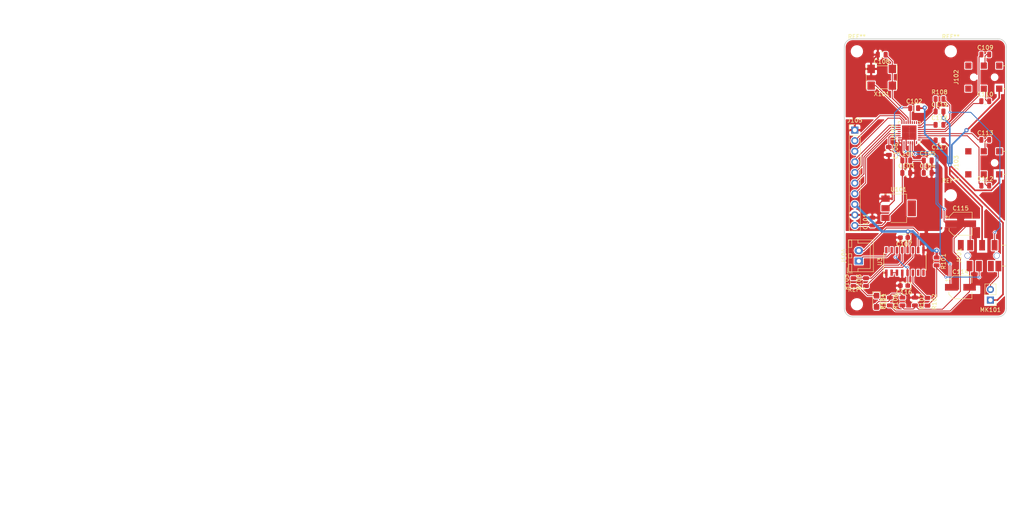
<source format=kicad_pcb>
(kicad_pcb (version 20171130) (host pcbnew "(5.0.0)")
  (layers (0 F.Cu signal) (31 B.Cu signal) (34 B.Paste user) (35 F.Paste user) (36 B.SilkS user) (37 F.SilkS user) (38 B.Mask user) (39 F.Mask user) (44 Edge.Cuts user))
  (net 0 "")
  (net 1 GNDREF)
  (net 2 +5V)
  (net 3 +3V3)
  (net 4 HPL)
  (net 5 HPR)
  (net 6 PIN5)
  (net 7 PIN3)
  (net 8 PIN35)
  (net 9 PIN12)
  (net 10 PIN40)
  (net 11 PIN38)
  (net 12 MIC)
  (net 13 "Net-(C18-Pad1)")
  (net 14 "Net-(U3-Pad2)")
  (net 15 "Net-(C104-Pad1)")
  (net 16 "Net-(C106-Pad1)")
  (net 17 "Net-(C109-Pad2)")
  (net 18 "Net-(C109-Pad1)")
  (net 19 "Net-(C110-Pad1)")
  (net 20 "Net-(C110-Pad2)")
  (net 21 "Net-(C111-Pad1)")
  (net 22 "Net-(C111-Pad2)")
  (net 23 "Net-(C112-Pad2)")
  (net 24 "Net-(C112-Pad1)")
  (net 25 "Net-(C113-Pad1)")
  (net 26 "Net-(C113-Pad2)")
  (net 27 "Net-(C114-Pad1)")
  (net 28 "Net-(C115-Pad1)")
  (net 29 "Net-(C117-Pad2)")
  (net 30 "Net-(C118-Pad1)")
  (net 31 "Net-(C119-Pad1)")
  (net 32 "Net-(J101-Pad6)")
  (net 33 "Net-(J101-Pad8)")
  (net 34 "Net-(R103-Pad2)")
  (net 35 "Net-(U102-Pad21)")
  (module MountingHole:MountingHole_2.5mm (layer F.Cu) (at 297.428234 147.023074)
    (fp_text reference REF** (at 0 -3.5) (layer F.SilkS))
    (fp_text value MountingHole_2.5mm)
    (pad 1 np_thru_hole circle (at 0 0) (size 2.5 2.5) (drill 2.5) (layers *.Cu *.Mask))
  )
  (module MountingHole:MountingHole_2.5mm (layer F.Cu) (at 319.928234 120.923074)
    (fp_text reference REF** (at 0 -3.5) (layer F.SilkS))
    (fp_text value MountingHole_2.5mm)
    (pad 1 np_thru_hole circle (at 0 0) (size 2.5 2.5) (drill 2.5) (layers *.Cu *.Mask))
  )
  (module MountingHole:MountingHole_2.5mm (layer F.Cu) (at 319.928234 86.423074)
    (fp_text reference REF** (at 0 -3.5) (layer F.SilkS))
    (fp_text value MountingHole_2.5mm)
    (pad 1 np_thru_hole circle (at 0 0) (size 2.5 2.5) (drill 2.5) (layers *.Cu *.Mask))
  )
  (module Resistor_SMD:R_0805_2012Metric (layer F.Cu) (at 299.605638 141.715941 90)
    (fp_text reference R103 (at 0 -1.65 90) (layer F.SilkS))
    (fp_text value 10K)
    (pad 2 smd roundrect (at 0.9375 0 90) (size 0.975 1.4) (layers F.Cu F.Paste F.Mask) (net 34 "Net-(R103-Pad2)"))
    (pad 1 smd roundrect (at -0.9375 0 90) (size 0.975 1.4) (layers F.Cu F.Paste F.Mask))
  )
  (module Capacitor_SMD:C_0805_2012Metric (layer F.Cu) (at 301.128234 127.215347 90)
    (fp_text reference C101 (at 0 -1.65 90) (layer F.SilkS))
    (fp_text value 2.2uf)
    (pad 2 smd roundrect (at 0.9375 0 90) (size 0.975 1.4) (layers F.Cu F.Paste F.Mask) (net 1 GNDREF))
    (pad 1 smd roundrect (at -0.9375 0 90) (size 0.975 1.4) (layers F.Cu F.Paste F.Mask) (net 3 +3V3))
  )
  (module Capacitor_SMD:C_0805_2012Metric (layer F.Cu) (at 311.157213 100.036547)
    (fp_text reference C102 (at 0 -1.65) (layer F.SilkS))
    (fp_text value 0.1uf)
    (pad 1 smd roundrect (at -0.9375 0) (size 0.975 1.4) (layers F.Cu F.Paste F.Mask) (net 3 +3V3))
    (pad 2 smd roundrect (at 0.9375 0) (size 0.975 1.4) (layers F.Cu F.Paste F.Mask) (net 1 GNDREF))
  )
  (module Capacitor_SMD:C_0805_2012Metric (layer F.Cu) (at 303.382214 87.236547 180)
    (fp_text reference C108 (at 0 -1.65 180) (layer F.SilkS))
    (fp_text value 0.1uf)
    (pad 1 smd roundrect (at -0.9375 0 180) (size 0.975 1.4) (layers F.Cu F.Paste F.Mask) (net 3 +3V3))
    (pad 2 smd roundrect (at 0.9375 0 180) (size 0.975 1.4) (layers F.Cu F.Paste F.Mask) (net 1 GNDREF))
  )
  (module Capacitor_SMD:C_0805_2012Metric (layer F.Cu) (at 309.264208 115.552847)
    (fp_text reference C103 (at 0 -1.65) (layer F.SilkS))
    (fp_text value 0.1uf)
    (pad 2 smd roundrect (at 0.9375 0) (size 0.975 1.4) (layers F.Cu F.Paste F.Mask) (net 1 GNDREF))
    (pad 1 smd roundrect (at -0.9375 0) (size 0.975 1.4) (layers F.Cu F.Paste F.Mask) (net 3 +3V3))
  )
  (module Capacitor_SMD:C_0805_2012Metric (layer F.Cu) (at 317.219714 107.752847 180)
    (fp_text reference C117 (at 0 -1.65 180) (layer F.SilkS))
    (fp_text value 0.1uf)
    (pad 1 smd roundrect (at -0.9375 0 180) (size 0.975 1.4) (layers F.Cu F.Paste F.Mask) (net 1 GNDREF))
    (pad 2 smd roundrect (at 0.9375 0 180) (size 0.975 1.4) (layers F.Cu F.Paste F.Mask) (net 29 "Net-(C117-Pad2)"))
  )
  (module Capacitor_SMD:C_0805_2012Metric (layer F.Cu) (at 305.082214 110.299047 270)
    (fp_text reference C106 (at 0 -1.65 270) (layer F.SilkS))
    (fp_text value 2.2uf)
    (pad 1 smd roundrect (at -0.9375 0 270) (size 0.975 1.4) (layers F.Cu F.Paste F.Mask) (net 16 "Net-(C106-Pad1)"))
    (pad 2 smd roundrect (at 0.9375 0 270) (size 0.975 1.4) (layers F.Cu F.Paste F.Mask) (net 1 GNDREF))
  )
  (module Capacitor_SMD:C_0805_2012Metric (layer F.Cu) (at 314.390734 115.552847)
    (fp_text reference C104 (at 0 -1.65) (layer F.SilkS))
    (fp_text value 2.2uf)
    (pad 2 smd roundrect (at 0.9375 0) (size 0.975 1.4) (layers F.Cu F.Paste F.Mask) (net 1 GNDREF))
    (pad 1 smd roundrect (at -0.9375 0) (size 0.975 1.4) (layers F.Cu F.Paste F.Mask) (net 15 "Net-(C104-Pad1)"))
  )
  (module Capacitor_SMD:C_0805_2012Metric (layer F.Cu) (at 314.390734 112.552847)
    (fp_text reference C105 (at 0 -1.65) (layer F.SilkS))
    (fp_text value 0.1uf)
    (pad 1 smd roundrect (at -0.9375 0) (size 0.975 1.4) (layers F.Cu F.Paste F.Mask) (net 15 "Net-(C104-Pad1)"))
    (pad 2 smd roundrect (at 0.9375 0) (size 0.975 1.4) (layers F.Cu F.Paste F.Mask) (net 1 GNDREF))
  )
  (module Capacitor_SMD:C_0805_2012Metric (layer F.Cu) (at 317.219714 100.836547)
    (fp_text reference C119 (at 0 -1.65) (layer F.SilkS))
    (fp_text value 2.2uf)
    (pad 2 smd roundrect (at 0.9375 0) (size 0.975 1.4) (layers F.Cu F.Paste F.Mask) (net 1 GNDREF))
    (pad 1 smd roundrect (at -0.9375 0) (size 0.975 1.4) (layers F.Cu F.Paste F.Mask) (net 31 "Net-(C119-Pad1)"))
  )
  (module Capacitor_SMD:C_0805_2012Metric (layer F.Cu) (at 317.219714 104.036547)
    (fp_text reference C118 (at 0 -1.65) (layer F.SilkS))
    (fp_text value 0.1uf)
    (pad 2 smd roundrect (at 0.9375 0) (size 0.975 1.4) (layers F.Cu F.Paste F.Mask) (net 12 MIC))
    (pad 1 smd roundrect (at -0.9375 0) (size 0.975 1.4) (layers F.Cu F.Paste F.Mask) (net 30 "Net-(C118-Pad1)"))
  )
  (module Capacitor_SMD:C_0805_2012Metric (layer F.Cu) (at 328.189208 107.62247)
    (fp_text reference C113 (at 0 -1.65) (layer F.SilkS))
    (fp_text value 2.2uf)
    (pad 1 smd roundrect (at -0.9375 0) (size 0.975 1.4) (layers F.Cu F.Paste F.Mask) (net 25 "Net-(C113-Pad1)"))
    (pad 2 smd roundrect (at 0.9375 0) (size 0.975 1.4) (layers F.Cu F.Paste F.Mask) (net 26 "Net-(C113-Pad2)"))
  )
  (module Capacitor_SMD:C_0805_2012Metric (layer F.Cu) (at 328.189208 118.62247)
    (fp_text reference C112 (at 0 -1.65) (layer F.SilkS))
    (fp_text value 2.2uf)
    (pad 2 smd roundrect (at 0.9375 0) (size 0.975 1.4) (layers F.Cu F.Paste F.Mask) (net 23 "Net-(C112-Pad2)"))
    (pad 1 smd roundrect (at -0.9375 0) (size 0.975 1.4) (layers F.Cu F.Paste F.Mask) (net 24 "Net-(C112-Pad1)"))
  )
  (module Capacitor_SMD:C_0805_2012Metric (layer F.Cu) (at 328.189208 98.37247)
    (fp_text reference C110 (at 0 -1.65) (layer F.SilkS))
    (fp_text value 2.2uf)
    (pad 1 smd roundrect (at -0.9375 0) (size 0.975 1.4) (layers F.Cu F.Paste F.Mask) (net 19 "Net-(C110-Pad1)"))
    (pad 2 smd roundrect (at 0.9375 0) (size 0.975 1.4) (layers F.Cu F.Paste F.Mask) (net 20 "Net-(C110-Pad2)"))
  )
  (module Capacitor_SMD:C_0805_2012Metric (layer F.Cu) (at 328.189208 87.17247)
    (fp_text reference C109 (at 0 -1.65) (layer F.SilkS))
    (fp_text value 2.2uf)
    (pad 2 smd roundrect (at 0.9375 0) (size 0.975 1.4) (layers F.Cu F.Paste F.Mask) (net 17 "Net-(C109-Pad2)"))
    (pad 1 smd roundrect (at -0.9375 0) (size 0.975 1.4) (layers F.Cu F.Paste F.Mask) (net 18 "Net-(C109-Pad1)"))
  )
  (module Capacitor_Tantalum_SMD:CP_EIA-3216-18_Kemet-A (layer F.Cu) (at 302.133869 146.312757 270)
    (fp_text reference C111 (at 0 -1.75 270) (layer F.SilkS))
    (fp_text value 1uf)
    (pad 1 smd roundrect (at -1.35 0 270) (size 1.4 1.35) (layers F.Cu F.Paste F.Mask) (roundrect_rratio 0.185185) (net 21 "Net-(C111-Pad1)"))
    (pad 2 smd roundrect (at 1.35 0 270) (size 1.4 1.35) (layers F.Cu F.Paste F.Mask) (roundrect_rratio 0.185185) (net 22 "Net-(C111-Pad2)"))
  )
  (module Capacitor_Tantalum_SMD:CP_EIA-2012-12_Kemet-R (layer F.Cu) (at 308.733868 142.562757 180)
    (fp_text reference C116 (at 0 -1.58 180) (layer F.SilkS))
    (fp_text value 0.1uf)
    (pad 1 smd roundrect (at -0.8875 0 180) (size 1.125 1.05) (layers F.Cu F.Paste F.Mask) (roundrect_rratio 0.238095))
    (pad 2 smd roundrect (at 0.8875 0 180) (size 1.125 1.05) (layers F.Cu F.Paste F.Mask) (roundrect_rratio 0.238095) (net 1 GNDREF))
  )
  (module Capacitor_Tantalum_SMD:CP_EIA-2012-12_Kemet-R (layer F.Cu) (at 308.746369 131.040258 180)
    (fp_text reference C107 (at 0 -1.58 180) (layer F.SilkS))
    (fp_text value 0.1uf)
    (pad 2 smd roundrect (at 0.8875 0 180) (size 1.125 1.05) (layers F.Cu F.Paste F.Mask) (roundrect_rratio 0.238095) (net 1 GNDREF))
    (pad 1 smd roundrect (at -0.8875 0 180) (size 1.125 1.05) (layers F.Cu F.Paste F.Mask) (roundrect_rratio 0.238095) (net 2 +5V))
  )
  (module Connector_PinHeader_2.54mm:PinHeader_1x10_P2.54mm_Vertical (layer F.Cu) (at 296.928234 105.292847)
    (fp_text reference J105 (at 0 -2.33) (layer F.SilkS))
    (fp_text value Conn_01x10)
    (pad 1 thru_hole rect (at 0 0) (size 1.7 1.7) (drill 1) (layers *.Cu *.Mask) (net 1 GNDREF))
    (pad 2 thru_hole oval (at 0 2.54) (size 1.7 1.7) (drill 1) (layers *.Cu *.Mask) (net 8 PIN35))
    (pad 3 thru_hole oval (at 0 5.08) (size 1.7 1.7) (drill 1) (layers *.Cu *.Mask) (net 9 PIN12))
    (pad 4 thru_hole oval (at 0 7.62) (size 1.7 1.7) (drill 1) (layers *.Cu *.Mask) (net 10 PIN40))
    (pad 5 thru_hole oval (at 0 10.16) (size 1.7 1.7) (drill 1) (layers *.Cu *.Mask) (net 11 PIN38))
    (pad 6 thru_hole oval (at 0 12.7) (size 1.7 1.7) (drill 1) (layers *.Cu *.Mask) (net 7 PIN3))
    (pad 7 thru_hole oval (at 0 15.24) (size 1.7 1.7) (drill 1) (layers *.Cu *.Mask) (net 6 PIN5))
    (pad 8 thru_hole oval (at 0 17.78) (size 1.7 1.7) (drill 1) (layers *.Cu *.Mask) (net 2 +5V))
    (pad 9 thru_hole oval (at 0 20.32) (size 1.7 1.7) (drill 1) (layers *.Cu *.Mask) (net 1 GNDREF))
    (pad 10 thru_hole oval (at 0 22.86) (size 1.7 1.7) (drill 1) (layers *.Cu *.Mask) (net 3 +3V3))
  )
  (module Connector_Audio:PJ-237-6A (layer F.Cu) (at 329.226708 92.62247 270)
    (fp_text reference J102 (at 0 8 270) (layer F.SilkS))
    (fp_text value Audio_IN)
    (pad 1 smd rect (at 2.75 -2.3 270) (size 1.5 1.5) (layers F.Cu F.Paste F.Mask) (net 1 GNDREF))
    (pad 3 smd rect (at 2.75 1.4 270) (size 1.5 1.5) (layers F.Cu F.Paste F.Mask) (net 20 "Net-(C110-Pad2)"))
    (pad 6 smd rect (at 2.75 5.1 270) (size 1.5 1.5) (layers F.Cu F.Paste F.Mask))
    (pad 2 smd rect (at -2.769623 1.398474 270) (size 1.5 1.5) (layers F.Cu F.Paste F.Mask) (net 17 "Net-(C109-Pad2)"))
    (pad 5 smd rect (at -2.769623 5.098474 270) (size 1.5 1.5) (layers F.Cu F.Paste F.Mask))
    (pad 4 smd rect (at -2.769623 -2.301526 270) (size 1.5 1.5) (layers F.Cu F.Paste F.Mask))
    (pad "" np_thru_hole circle (at 0 -1.2 270) (size 1.4 1.4) (drill 1.4) (layers *.Cu *.Mask))
    (pad "" np_thru_hole circle (at 0 3.8 270) (size 1.4 1.4) (drill 1.4) (layers *.Cu *.Mask))
  )
  (module Connector_Audio:PJ-237-6A (layer F.Cu) (at 329.225182 113.142093 270)
    (fp_text reference J103 (at 0 8 270) (layer F.SilkS))
    (fp_text value Audio_OUT)
    (pad "" np_thru_hole circle (at 0 3.8 270) (size 1.4 1.4) (drill 1.4) (layers *.Cu *.Mask))
    (pad "" np_thru_hole circle (at 0 -1.2 270) (size 1.4 1.4) (drill 1.4) (layers *.Cu *.Mask))
    (pad 4 smd rect (at -2.769623 -2.301526 270) (size 1.5 1.5) (layers F.Cu F.Paste F.Mask))
    (pad 5 smd rect (at -2.769623 5.098474 270) (size 1.5 1.5) (layers F.Cu F.Paste F.Mask))
    (pad 2 smd rect (at -2.769623 1.398474 270) (size 1.5 1.5) (layers F.Cu F.Paste F.Mask) (net 26 "Net-(C113-Pad2)"))
    (pad 6 smd rect (at 2.75 5.1 270) (size 1.5 1.5) (layers F.Cu F.Paste F.Mask))
    (pad 3 smd rect (at 2.75 1.4 270) (size 1.5 1.5) (layers F.Cu F.Paste F.Mask) (net 23 "Net-(C112-Pad2)"))
    (pad 1 smd rect (at 2.75 -2.3 270) (size 1.5 1.5) (layers F.Cu F.Paste F.Mask) (net 1 GNDREF))
  )
  (module Connector_Audio:PJ-393-7A (layer F.Cu) (at 327.426708 135.37247 270)
    (fp_text reference J101 (at 0 5.5 270) (layer F.SilkS))
    (fp_text value SJ1-42536-SMT)
    (pad 1 smd rect (at -2.5 -3 270) (size 2.5 1.4) (layers F.Cu F.Paste F.Mask) (net 12 MIC))
    (pad 4 smd rect (at -2.5 0 270) (size 2.5 1.4) (layers F.Cu F.Paste F.Mask) (net 1 GNDREF))
    (pad 3 smd rect (at -2.5 2.85 270) (size 2.5 1.4) (layers F.Cu F.Paste F.Mask) (net 5 HPR))
    (pad 5 smd rect (at -2.5 5.1 270) (size 2.5 1.4) (layers F.Cu F.Paste F.Mask))
    (pad "" np_thru_hole circle (at 0 -3.5 270) (size 1.4 1.4) (drill 1.2) (layers *.Cu *.Mask))
    (pad 2 smd rect (at 2.5 3 270) (size 2.5 1.4) (layers F.Cu F.Paste F.Mask) (net 4 HPL))
    (pad 6 smd rect (at 2.5 0.75 270) (size 2.5 1.4) (layers F.Cu F.Paste F.Mask) (net 32 "Net-(J101-Pad6)"))
    (pad 7 smd rect (at 2.5 -2.1 270) (size 2.5 1.4) (layers F.Cu F.Paste F.Mask))
    (pad 8 smd rect (at 2.5 -3.9 270) (size 2.5 1.4) (layers F.Cu F.Paste F.Mask) (net 33 "Net-(J101-Pad8)"))
    (pad "" np_thru_hole circle (at 0 3.5 270) (size 1.4 1.4) (drill 1.2) (layers *.Cu *.Mask))
  )
  (module Connector_JST:JST_XH_B02B-XH-A_1x02_P2.50mm_Vertical (layer F.Cu) (at 297.883869 136.662758 90)
    (fp_text reference J104 (at 1.25 -3.55 90) (layer F.SilkS))
    (fp_text value Speaker)
    (pad 1 thru_hole rect (at 0 0 90) (size 1.7 2) (drill 1) (layers *.Cu *.Mask))
    (pad 2 thru_hole oval (at 2.5 0 90) (size 1.7 2) (drill 1) (layers *.Cu *.Mask))
  )
  (module Fuse:Fuse_0805_2012Metric (layer F.Cu) (at 309.265734 112.552847)
    (fp_text reference L101 (at 0 -1.65) (layer F.SilkS))
    (fp_text value 600)
    (pad 1 smd roundrect (at -0.9375 0) (size 0.975 1.4) (layers F.Cu F.Paste F.Mask) (net 3 +3V3))
    (pad 2 smd roundrect (at 0.9375 0) (size 0.975 1.4) (layers F.Cu F.Paste F.Mask) (net 15 "Net-(C104-Pad1)"))
  )
  (module Connector_PinHeader_2.54mm:PinHeader_1x02_P2.54mm_Vertical (layer F.Cu) (at 329.428234 146.02262 180)
    (fp_text reference MK101 (at 0 -2.33 180) (layer F.SilkS))
    (fp_text value Microphone)
    (pad 1 thru_hole rect (at 0 0 180) (size 1.7 1.7) (drill 1) (layers *.Cu *.Mask) (net 1 GNDREF))
    (pad 2 thru_hole oval (at 0 2.54 180) (size 1.7 1.7) (drill 1) (layers *.Cu *.Mask) (net 33 "Net-(J101-Pad8)"))
  )
  (module Resistor_SMD:R_0805_2012Metric (layer F.Cu) (at 317.219714 97.836547)
    (fp_text reference R108 (at 0 -1.65) (layer F.SilkS))
    (fp_text value 2.2K)
    (pad 2 smd roundrect (at 0.9375 0) (size 0.975 1.4) (layers F.Cu F.Paste F.Mask) (net 12 MIC))
    (pad 1 smd roundrect (at -0.9375 0) (size 0.975 1.4) (layers F.Cu F.Paste F.Mask) (net 31 "Net-(C119-Pad1)"))
  )
  (module Resistor_SMD:R_0805_2012Metric (layer F.Cu) (at 311.333869 146.362758 270)
    (fp_text reference R107 (at 0 -1.65 270) (layer F.SilkS))
    (fp_text value 1K)
    (pad 1 smd roundrect (at -0.9375 0 270) (size 0.975 1.4) (layers F.Cu F.Paste F.Mask) (net 1 GNDREF))
    (pad 2 smd roundrect (at 0.9375 0 270) (size 0.975 1.4) (layers F.Cu F.Paste F.Mask) (net 5 HPR))
  )
  (module Resistor_SMD:R_0805_2012Metric (layer F.Cu) (at 305.333868 146.362758 90)
    (fp_text reference R104 (at 0 -1.65 90) (layer F.SilkS))
    (fp_text value 1K)
    (pad 2 smd roundrect (at 0.9375 0 90) (size 0.975 1.4) (layers F.Cu F.Paste F.Mask) (net 22 "Net-(C111-Pad2)"))
    (pad 1 smd roundrect (at -0.9375 0 90) (size 0.975 1.4) (layers F.Cu F.Paste F.Mask) (net 4 HPL))
  )
  (module Resistor_SMD:R_0805_2012Metric (layer F.Cu) (at 308.333868 146.362758 90)
    (fp_text reference R106 (at 0 -1.65 90) (layer F.SilkS))
    (fp_text value 1K)
    (pad 1 smd roundrect (at -0.9375 0 90) (size 0.975 1.4) (layers F.Cu F.Paste F.Mask) (net 5 HPR))
    (pad 2 smd roundrect (at 0.9375 0 90) (size 0.975 1.4) (layers F.Cu F.Paste F.Mask) (net 22 "Net-(C111-Pad2)"))
  )
  (module Resistor_SMD:R_0805_2012Metric (layer F.Cu) (at 316.533868 136.762758 270)
    (fp_text reference R101 (at 0 -1.65 270) (layer F.SilkS))
    (fp_text value 100K)
    (pad 2 smd roundrect (at 0.9375 0 270) (size 0.975 1.4) (layers F.Cu F.Paste F.Mask) (net 32 "Net-(J101-Pad6)"))
    (pad 1 smd roundrect (at -0.9375 0 270) (size 0.975 1.4) (layers F.Cu F.Paste F.Mask) (net 2 +5V))
  )
  (module Resistor_SMD:R_0805_2012Metric (layer F.Cu) (at 314.333868 146.425257 270)
    (fp_text reference R102 (at 0 -1.65 270) (layer F.SilkS))
    (fp_text value 100K)
    (pad 1 smd roundrect (at -0.9375 0 270) (size 0.975 1.4) (layers F.Cu F.Paste F.Mask))
    (pad 2 smd roundrect (at 0.9375 0 270) (size 0.975 1.4) (layers F.Cu F.Paste F.Mask) (net 32 "Net-(J101-Pad6)"))
  )
  (module Resistor_SMD:R_0805_2012Metric (layer F.Cu) (at 296.595322 141.71594 90)
    (fp_text reference R105 (at 0 -1.65 90) (layer F.SilkS))
    (fp_text value 10K)
    (pad 1 smd roundrect (at -0.9375 0 90) (size 0.975 1.4) (layers F.Cu F.Paste F.Mask) (net 21 "Net-(C111-Pad1)"))
    (pad 2 smd roundrect (at 0.9375 0 90) (size 0.975 1.4) (layers F.Cu F.Paste F.Mask) (net 34 "Net-(R103-Pad2)"))
  )
  (module Sensor_Audio:QFN-32-NXP-SGTL5000 (layer F.Cu) (at 309.969713 105.886548 90)
    (fp_text reference U102 (at 0 -3.75 90) (layer F.SilkS))
    (fp_text value SGTL5000)
    (pad 33 smd rect (at -0.8625 -0.8625 90) (size 1.725 1.725) (layers F.Cu F.Paste F.Mask) (net 1 GNDREF))
    (pad 33 smd rect (at -0.8625 0.8625 90) (size 1.725 1.725) (layers F.Cu F.Paste F.Mask) (net 1 GNDREF))
    (pad 33 smd rect (at 0.8625 -0.8625 90) (size 1.725 1.725) (layers F.Cu F.Paste F.Mask) (net 1 GNDREF))
    (pad 33 smd rect (at 0.8625 0.8625 90) (size 1.725 1.725) (layers F.Cu F.Paste F.Mask) (net 1 GNDREF))
    (pad 32 smd rect (at -1.75 -2.4 180) (size 0.7 0.25) (layers F.Cu F.Paste F.Mask) (net 1 GNDREF))
    (pad 31 smd rect (at -1.25 -2.4 180) (size 0.7 0.25) (layers F.Cu F.Paste F.Mask) (net 1 GNDREF))
    (pad 30 smd rect (at -0.75 -2.4 180) (size 0.7 0.25) (layers F.Cu F.Paste F.Mask) (net 16 "Net-(C106-Pad1)"))
    (pad 29 smd rect (at -0.25 -2.4 180) (size 0.7 0.25) (layers F.Cu F.Paste F.Mask) (net 6 PIN5))
    (pad 28 smd rect (at 0.25 -2.4 180) (size 0.7 0.25) (layers F.Cu F.Paste F.Mask))
    (pad 27 smd rect (at 0.75 -2.4 180) (size 0.7 0.25) (layers F.Cu F.Paste F.Mask) (net 7 PIN3))
    (pad 26 smd rect (at 1.25 -2.4 180) (size 0.7 0.25) (layers F.Cu F.Paste F.Mask) (net 11 PIN38))
    (pad 25 smd rect (at 1.75 -2.4 180) (size 0.7 0.25) (layers F.Cu F.Paste F.Mask) (net 10 PIN40))
    (pad 24 smd rect (at 2.4 -1.75 90) (size 0.7 0.25) (layers F.Cu F.Paste F.Mask) (net 9 PIN12))
    (pad 23 smd rect (at 2.4 -1.25 90) (size 0.7 0.25) (layers F.Cu F.Paste F.Mask) (net 8 PIN35))
    (pad 22 smd rect (at 2.4 -0.75 90) (size 0.7 0.25) (layers F.Cu F.Paste F.Mask))
    (pad 21 smd rect (at 2.4 -0.25 90) (size 0.7 0.25) (layers F.Cu F.Paste F.Mask) (net 35 "Net-(U102-Pad21)"))
    (pad 20 smd rect (at 2.4 0.25 90) (size 0.7 0.25) (layers F.Cu F.Paste F.Mask) (net 3 +3V3))
    (pad 19 smd rect (at 2.4 0.75 90) (size 0.7 0.25) (layers F.Cu F.Paste F.Mask))
    (pad 18 smd rect (at 2.4 1.25 90) (size 0.7 0.25) (layers F.Cu F.Paste F.Mask))
    (pad 17 smd rect (at 2.4 1.75 90) (size 0.7 0.25) (layers F.Cu F.Paste F.Mask))
    (pad 16 smd rect (at 1.75 2.4 180) (size 0.7 0.25) (layers F.Cu F.Paste F.Mask) (net 31 "Net-(C119-Pad1)"))
    (pad 15 smd rect (at 1.25 2.4 180) (size 0.7 0.25) (layers F.Cu F.Paste F.Mask) (net 30 "Net-(C118-Pad1)"))
    (pad 14 smd rect (at 0.75 2.4 180) (size 0.7 0.25) (layers F.Cu F.Paste F.Mask) (net 18 "Net-(C109-Pad1)"))
    (pad 13 smd rect (at 0.25 2.4 180) (size 0.7 0.25) (layers F.Cu F.Paste F.Mask) (net 19 "Net-(C110-Pad1)"))
    (pad 12 smd rect (at -0.25 2.4 180) (size 0.7 0.25) (layers F.Cu F.Paste F.Mask) (net 25 "Net-(C113-Pad1)"))
    (pad 11 smd rect (at -0.75 2.4 180) (size 0.7 0.25) (layers F.Cu F.Paste F.Mask) (net 24 "Net-(C112-Pad1)"))
    (pad 10 smd rect (at -1.25 2.4 180) (size 0.7 0.25) (layers F.Cu F.Paste F.Mask) (net 29 "Net-(C117-Pad2)"))
    (pad 9 smd rect (at -1.75 2.4 180) (size 0.7 0.25) (layers F.Cu F.Paste F.Mask))
    (pad 8 smd rect (at -2.4 1.75 90) (size 0.7 0.25) (layers F.Cu F.Paste F.Mask))
    (pad 7 smd rect (at -2.4 1.25 90) (size 0.7 0.25) (layers F.Cu F.Paste F.Mask) (net 1 GNDREF))
    (pad 6 smd rect (at -2.4 0.75 90) (size 0.7 0.25) (layers F.Cu F.Paste F.Mask) (net 27 "Net-(C114-Pad1)"))
    (pad 5 smd rect (at -2.4 0.25 90) (size 0.7 0.25) (layers F.Cu F.Paste F.Mask) (net 15 "Net-(C104-Pad1)"))
    (pad 4 smd rect (at -2.4 -0.25 90) (size 0.7 0.25) (layers F.Cu F.Paste F.Mask))
    (pad 3 smd rect (at -2.4 -0.75 90) (size 0.7 0.25) (layers F.Cu F.Paste F.Mask) (net 1 GNDREF))
    (pad 2 smd rect (at -2.4 -1.25 90) (size 0.7 0.25) (layers F.Cu F.Paste F.Mask) (net 28 "Net-(C115-Pad1)"))
    (pad 1 smd rect (at -2.4 -1.75 90) (size 0.7 0.25) (layers F.Cu F.Paste F.Mask) (net 1 GNDREF))
  )
  (module Package_SO:SOIC-16_3.9x9.9mm_P1.27mm (layer F.Cu) (at 308.933868 136.762757 90)
    (fp_text reference U3 (at 0 -6 90) (layer F.SilkS))
    (fp_text value LM4860)
    (pad 1 smd rect (at -2.7 -4.445 90) (size 1.5 0.6) (layers F.Cu F.Paste F.Mask) (net 1 GNDREF))
    (pad 2 smd rect (at -2.7 -3.175 90) (size 1.5 0.6) (layers F.Cu F.Paste F.Mask) (net 14 "Net-(U3-Pad2)"))
    (pad 3 smd rect (at -2.7 -1.905 90) (size 1.5 0.6) (layers F.Cu F.Paste F.Mask) (net 14 "Net-(U3-Pad2)"))
    (pad 4 smd rect (at -2.7 -0.635 90) (size 1.5 0.6) (layers F.Cu F.Paste F.Mask) (net 1 GNDREF))
    (pad 5 smd rect (at -2.7 0.635 90) (size 1.5 0.6) (layers F.Cu F.Paste F.Mask) (net 13 "Net-(C18-Pad1)"))
    (pad 6 smd rect (at -2.7 1.905 90) (size 1.5 0.6) (layers F.Cu F.Paste F.Mask))
    (pad 7 smd rect (at -2.7 3.175 90) (size 1.5 0.6) (layers F.Cu F.Paste F.Mask))
    (pad 8 smd rect (at -2.7 4.445 90) (size 1.5 0.6) (layers F.Cu F.Paste F.Mask))
    (pad 9 smd rect (at 2.7 4.445 90) (size 1.5 0.6) (layers F.Cu F.Paste F.Mask) (net 1 GNDREF))
    (pad 10 smd rect (at 2.7 3.175 90) (size 1.5 0.6) (layers F.Cu F.Paste F.Mask))
    (pad 11 smd rect (at 2.7 1.905 90) (size 1.5 0.6) (layers F.Cu F.Paste F.Mask))
    (pad 12 smd rect (at 2.7 0.635 90) (size 1.5 0.6) (layers F.Cu F.Paste F.Mask) (net 2 +5V))
    (pad 13 smd rect (at 2.7 -0.635 90) (size 1.5 0.6) (layers F.Cu F.Paste F.Mask))
    (pad 14 smd rect (at 2.7 -1.905 90) (size 1.5 0.6) (layers F.Cu F.Paste F.Mask) (net 13 "Net-(C18-Pad1)"))
    (pad 15 smd rect (at 2.7 -3.175 90) (size 1.5 0.6) (layers F.Cu F.Paste F.Mask))
    (pad 16 smd rect (at 2.7 -4.445 90) (size 1.5 0.6) (layers F.Cu F.Paste F.Mask))
  )
  (module Oscillator:Oscillator_SMD_Abracon_ASV-4Pin_7.0x5.1mm (layer F.Cu) (at 303.382214 92.636547 180)
    (fp_text reference X101 (at 0 -4 180) (layer F.SilkS))
    (fp_text value XO32)
    (pad 1 smd rect (at -2.54 2 180) (size 1.8 2) (layers F.Cu F.Paste F.Mask) (net 3 +3V3))
    (pad 2 smd rect (at 2.54 2 180) (size 1.8 2) (layers F.Cu F.Paste F.Mask) (net 1 GNDREF))
    (pad 3 smd rect (at 2.54 -2 180) (size 1.8 2) (layers F.Cu F.Paste F.Mask) (net 35 "Net-(U102-Pad21)"))
    (pad 4 smd rect (at -2.54 -2 180) (size 1.8 2) (layers F.Cu F.Paste F.Mask) (net 3 +3V3))
  )
  (module MountingHole:MountingHole_2.5mm (layer F.Cu) (at 297.428234 86.423074)
    (fp_text reference REF** (at 0 -3.5) (layer F.SilkS))
    (fp_text value MountingHole_2.5mm)
    (pad 1 np_thru_hole circle (at 0 0) (size 2.5 2.5) (drill 2.5) (layers *.Cu *.Mask))
  )
  (module Package_TO_SOT_SMD:SOT-223-3_TabPin2 (layer F.Cu) (at 307.428234 124.02262)
    (fp_text reference U101 (at 0 -4.5) (layer F.SilkS))
    (fp_text value AMS1117-3.3)
    (pad 2 smd rect (at 3.15 0) (size 2 3.8) (layers F.Cu F.Paste F.Mask) (net 16 "Net-(C106-Pad1)"))
    (pad 2 smd rect (at -3.15 0) (size 2 1.5) (layers F.Cu F.Paste F.Mask) (net 16 "Net-(C106-Pad1)"))
    (pad 3 smd rect (at -3.15 2.3) (size 2 1.5) (layers F.Cu F.Paste F.Mask) (net 3 +3V3))
    (pad 1 smd rect (at -3.15 -2.3) (size 2 1.5) (layers F.Cu F.Paste F.Mask) (net 1 GNDREF))
  )
  (module Capacitor_SMD:CP_Elec_5x5.9 (layer F.Cu) (at 322.228234 142.951261)
    (fp_text reference C114 (at 0 -3.7) (layer F.SilkS))
    (fp_text value 220uf)
    (pad 1 smd rect (at -2.2 0) (size 3 1.6) (layers F.Cu F.Paste F.Mask) (net 27 "Net-(C114-Pad1)"))
    (pad 2 smd rect (at 2.2 0) (size 3 1.6) (layers F.Cu F.Paste F.Mask) (net 4 HPL))
  )
  (module Capacitor_SMD:CP_Elec_5x5.9 (layer F.Cu) (at 322.282214 127.72262)
    (fp_text reference C115 (at 0 -3.7) (layer F.SilkS))
    (fp_text value 220uf)
    (pad 2 smd rect (at 2.2 0) (size 3 1.6) (layers F.Cu F.Paste F.Mask) (net 5 HPR))
    (pad 1 smd rect (at -2.2 0) (size 3 1.6) (layers F.Cu F.Paste F.Mask) (net 28 "Net-(C115-Pad1)"))
  )
  (gr_arc (start 296.428234 85.423074) (end 296.428234 83.423074) (angle -90) (layer Edge.Cuts) (width 0.2))
  (gr_line (start 333.226868 85.423074) (end 333.226868 148.02262) (layer Edge.Cuts) (width 0.2))
  (gr_arc (start 331.226868 85.423074) (end 333.226868 85.423074) (angle -90) (layer Edge.Cuts) (width 0.2))
  (gr_line (start 296.428234 83.423074) (end 331.226868 83.423074) (layer Edge.Cuts) (width 0.2))
  (gr_arc (start 331.226868 148.02262) (end 331.226868 150.02262) (angle -90) (layer Edge.Cuts) (width 0.2))
  (gr_line (start 294.428234 148.02262) (end 294.428234 85.423074) (layer Edge.Cuts) (width 0.2))
  (gr_arc (start 296.428234 148.02262) (end 294.428234 148.02262) (angle -90) (layer Edge.Cuts) (width 0.2))
  (gr_line (start 331.226868 150.02262) (end 296.428234 150.02262) (layer Edge.Cuts) (width 0.2))
  (segment (start 312.108868 133.092757) (end 312.108868 134.062757) (width 0.22) (layer F.Cu) (net 0))
  (segment (start 312.108868 129.937757) (end 312.108868 133.092757) (width 0.22) (layer F.Cu) (net 0))
  (segment (start 310.933869 128.762758) (end 312.108868 129.937757) (width 0.22) (layer F.Cu) (net 0))
  (segment (start 304.503869 128.762758) (end 310.933869 128.762758) (width 0.22) (layer F.Cu) (net 0))
  (segment (start 297.883869 134.162758) (end 299.103869 134.162758) (width 0.22) (layer F.Cu) (net 0))
  (segment (start 299.103869 134.162758) (end 304.503869 128.762758) (width 0.22) (layer F.Cu) (net 0))
  (segment (start 305.758868 134.512757) (end 305.758868 134.062757) (width 0.22) (layer F.Cu) (net 0))
  (segment (start 304.608867 135.662758) (end 305.758868 134.512757) (width 0.22) (layer F.Cu) (net 0))
  (segment (start 297.883869 136.662758) (end 298.883869 135.662758) (width 0.22) (layer F.Cu) (net 0))
  (segment (start 298.883869 135.662758) (end 304.608867 135.662758) (width 0.22) (layer F.Cu) (net 0))
  (segment (start 310.838868 141.992757) (end 310.838868 139.462757) (width 0.22) (layer F.Cu) (net 0))
  (segment (start 314.333868 145.487757) (end 310.838868 141.992757) (width 0.22) (layer F.Cu) (net 0))
  (segment (start 310.838868 135.707759) (end 310.838868 134.062757) (width 0.22) (layer F.Cu) (net 0))
  (segment (start 308.383869 138.162758) (end 310.838868 135.707759) (width 0.22) (layer F.Cu) (net 0))
  (segment (start 304.08855 138.162758) (end 308.383869 138.162758) (width 0.22) (layer F.Cu) (net 0))
  (segment (start 299.605638 142.653441) (end 299.605638 142.64567) (width 0.22) (layer F.Cu) (net 0))
  (segment (start 299.605638 142.64567) (end 304.08855 138.162758) (width 0.22) (layer F.Cu) (net 0))
  (segment (start 300.842214 88.839047) (end 300.842214 90.636547) (width 0.4) (layer F.Cu) (net 1))
  (segment (start 302.444714 87.236547) (end 300.842214 88.839047) (width 0.4) (layer F.Cu) (net 1))
  (segment (start 311.219713 107.136548) (end 310.832213 106.749048) (width 0.25) (layer F.Cu) (net 1))
  (segment (start 311.219713 108.286548) (end 311.219713 107.136548) (width 0.25) (layer F.Cu) (net 1))
  (segment (start 309.219713 106.861548) (end 309.107213 106.749048) (width 0.25) (layer F.Cu) (net 1))
  (segment (start 309.219713 108.286548) (end 309.219713 106.861548) (width 0.25) (layer F.Cu) (net 1))
  (segment (start 308.219713 107.636548) (end 309.107213 106.749048) (width 0.25) (layer F.Cu) (net 1))
  (segment (start 308.219713 108.286548) (end 308.219713 107.636548) (width 0.25) (layer F.Cu) (net 1))
  (segment (start 325.735567 119.72248) (end 319.683869 113.670782) (width 0.4) (layer F.Cu) (net 1))
  (segment (start 329.637114 119.72248) (end 325.735567 119.72248) (width 0.4) (layer F.Cu) (net 1))
  (segment (start 331.525182 117.834412) (end 329.637114 119.72248) (width 0.4) (layer F.Cu) (net 1))
  (segment (start 331.525182 115.892093) (end 331.525182 117.834412) (width 0.4) (layer F.Cu) (net 1))
  (segment (start 327.426708 132.87247) (end 327.426708 123.676708) (width 0.4) (layer F.Cu) (net 1))
  (segment (start 327.426708 123.676708) (end 319.683869 115.933869) (width 0.4) (layer F.Cu) (net 1))
  (segment (start 319.683869 115.933869) (end 319.683869 114.75) (width 0.4) (layer F.Cu) (net 1))
  (segment (start 319.683869 114.75) (end 319.683869 113.670782) (width 0.4) (layer F.Cu) (net 1))
  (via (at 319.683869 113.670762) (size 0.8) (drill 0.4) (layers F.Cu B.Cu) (net 1))
  (segment (start 319.683869 109.279502) (end 319.683869 113.670762) (width 0.4) (layer F.Cu) (net 1))
  (segment (start 318.157214 107.752847) (end 319.683869 109.279502) (width 0.4) (layer F.Cu) (net 1))
  (via (at 313.683869 99.920782) (size 1) (drill 0.5) (layers F.Cu B.Cu) (net 1))
  (segment (start 312.094713 100.036547) (end 313.568104 100.036547) (width 0.4) (layer F.Cu) (net 1))
  (segment (start 313.568104 100.036547) (end 313.683869 99.920782) (width 0.4) (layer F.Cu) (net 1))
  (via (at 318.183869 102.420782) (size 1) (drill 0.5) (layers F.Cu B.Cu) (net 1))
  (segment (start 318.157214 100.836547) (end 318.157214 102.394127) (width 0.4) (layer F.Cu) (net 1))
  (segment (start 318.157214 102.394127) (end 318.183869 102.420782) (width 0.4) (layer F.Cu) (net 1))
  (segment (start 319.683869 103.920782) (end 319.683869 113.670762) (width 0.4) (layer B.Cu) (net 1))
  (segment (start 318.183869 102.420782) (end 319.683869 103.920782) (width 0.4) (layer B.Cu) (net 1))
  (via (at 323.683869 105.326548) (size 1) (drill 0.5) (layers F.Cu B.Cu) (net 1))
  (segment (start 323.783046 105.326548) (end 323.683869 105.326548) (width 0.4) (layer F.Cu) (net 1))
  (segment (start 331.526708 95.37247) (end 331.526708 97.582886) (width 0.4) (layer F.Cu) (net 1))
  (segment (start 331.526708 97.582886) (end 323.783046 105.326548) (width 0.4) (layer F.Cu) (net 1))
  (segment (start 319.183869 113.170762) (end 319.683869 113.670762) (width 0.4) (layer B.Cu) (net 1))
  (segment (start 319.183869 111.670782) (end 319.183869 113.170762) (width 0.4) (layer B.Cu) (net 1))
  (segment (start 313.683869 99.920782) (end 313.683869 106.170782) (width 0.4) (layer B.Cu) (net 1))
  (segment (start 313.683869 106.170782) (end 319.183869 111.670782) (width 0.4) (layer B.Cu) (net 1))
  (segment (start 320.183869 113.170762) (end 319.683869 113.670762) (width 0.4) (layer B.Cu) (net 1))
  (segment (start 323.683869 105.326548) (end 320.183869 108.826548) (width 0.4) (layer B.Cu) (net 1))
  (segment (start 320.183869 108.826548) (end 320.183869 113.170762) (width 0.4) (layer B.Cu) (net 1))
  (segment (start 308.719713 107.136548) (end 309.107213 106.749048) (width 0.18) (layer F.Cu) (net 1))
  (segment (start 307.569713 107.136548) (end 308.719713 107.136548) (width 0.18) (layer F.Cu) (net 1))
  (segment (start 308.987213 106.749048) (end 309.107213 106.749048) (width 0.18) (layer F.Cu) (net 1))
  (segment (start 308.099713 107.636548) (end 308.987213 106.749048) (width 0.18) (layer F.Cu) (net 1))
  (segment (start 307.569713 107.636548) (end 308.099713 107.636548) (width 0.18) (layer F.Cu) (net 1))
  (segment (start 309.107213 105.024048) (end 309.107213 106.749048) (width 0.18) (layer F.Cu) (net 1))
  (segment (start 309.107213 105.024048) (end 310.832213 105.024048) (width 0.18) (layer F.Cu) (net 1))
  (segment (start 310.832213 105.024048) (end 310.832213 106.749048) (width 0.18) (layer F.Cu) (net 1))
  (segment (start 309.107213 106.749048) (end 310.832213 106.749048) (width 0.18) (layer F.Cu) (net 1))
  (segment (start 328.183869 123.25) (end 319.683869 114.75) (width 0.4) (layer F.Cu) (net 1))
  (segment (start 332.433869 127.5) (end 328.183869 123.25) (width 0.4) (layer F.Cu) (net 1))
  (segment (start 332.433869 144.670782) (end 332.433869 127.5) (width 0.4) (layer F.Cu) (net 1))
  (segment (start 329.428234 146.023074) (end 331.081577 146.023074) (width 0.4) (layer F.Cu) (net 1))
  (segment (start 331.081577 146.023074) (end 332.433869 144.670782) (width 0.4) (layer F.Cu) (net 1))
  (segment (start 301.128234 125.690347) (end 301.128234 126.277847) (width 0.25) (layer F.Cu) (net 1))
  (segment (start 301.128234 124.62262) (end 301.128234 125.690347) (width 0.25) (layer F.Cu) (net 1))
  (segment (start 304.028234 121.72262) (end 301.128234 124.62262) (width 0.25) (layer F.Cu) (net 1))
  (segment (start 304.278234 121.72262) (end 304.028234 121.72262) (width 0.25) (layer F.Cu) (net 1))
  (segment (start 309.568868 131.105259) (end 309.633869 131.040258) (width 0.4) (layer F.Cu) (net 2))
  (segment (start 309.568868 134.062757) (end 309.568868 131.105259) (width 0.4) (layer F.Cu) (net 2))
  (via (at 309.633869 129.572758) (size 1) (drill 0.5) (layers F.Cu B.Cu) (net 2))
  (segment (start 309.633869 129.572758) (end 309.633869 131.040258) (width 0.6) (layer F.Cu) (net 2))
  (segment (start 303.443869 129.572758) (end 309.633869 129.572758) (width 0.6) (layer B.Cu) (net 2))
  (segment (start 296.928234 123.072847) (end 296.943958 123.072847) (width 0.6) (layer B.Cu) (net 2))
  (segment (start 296.943958 123.072847) (end 303.443869 129.572758) (width 0.6) (layer B.Cu) (net 2))
  (via (at 316.533869 134.162758) (size 1) (drill 0.5) (layers F.Cu B.Cu) (net 2))
  (segment (start 316.533869 135.825257) (end 316.533868 135.825258) (width 0.6) (layer F.Cu) (net 2))
  (segment (start 316.533869 134.162758) (end 316.533869 135.825257) (width 0.6) (layer F.Cu) (net 2))
  (segment (start 315.826763 134.162758) (end 316.533869 134.162758) (width 0.6) (layer B.Cu) (net 2))
  (segment (start 315.425845 134.162758) (end 315.826763 134.162758) (width 0.6) (layer B.Cu) (net 2))
  (segment (start 309.633869 129.572758) (end 310.835845 129.572758) (width 0.6) (layer B.Cu) (net 2))
  (segment (start 310.835845 129.572758) (end 315.425845 134.162758) (width 0.6) (layer B.Cu) (net 2))
  (segment (start 296.928234 128.152847) (end 301.128234 128.152847) (width 0.25) (layer F.Cu) (net 3))
  (segment (start 310.219713 103.486548) (end 310.219713 100.036547) (width 0.22) (layer F.Cu) (net 3))
  (segment (start 308.326708 112.554373) (end 308.328234 112.552847) (width 0.22) (layer F.Cu) (net 3))
  (segment (start 308.326708 115.552847) (end 308.326708 112.554373) (width 0.22) (layer F.Cu) (net 3))
  (segment (start 305.922214 94.636547) (end 305.922214 90.636547) (width 0.22) (layer F.Cu) (net 3))
  (segment (start 305.922214 88.839047) (end 304.319714 87.236547) (width 0.22) (layer F.Cu) (net 3))
  (segment (start 305.922214 90.636547) (end 305.922214 88.839047) (width 0.22) (layer F.Cu) (net 3))
  (via (at 307.433869 111.170782) (size 0.6) (drill 0.3) (layers F.Cu B.Cu) (net 3))
  (segment (start 308.328234 112.552847) (end 308.328234 112.065147) (width 0.22) (layer F.Cu) (net 3))
  (segment (start 308.328234 112.065147) (end 307.433869 111.170782) (width 0.22) (layer F.Cu) (net 3))
  (via (at 308.183869 99.920782) (size 0.6) (drill 0.3) (layers F.Cu B.Cu) (net 3))
  (segment (start 310.103948 99.920782) (end 310.219713 100.036547) (width 0.22) (layer F.Cu) (net 3))
  (segment (start 308.183869 99.920782) (end 310.103948 99.920782) (width 0.22) (layer F.Cu) (net 3))
  (segment (start 307.683869 99.920782) (end 308.183869 99.920782) (width 0.22) (layer B.Cu) (net 3))
  (segment (start 306.433869 101.170782) (end 307.683869 99.920782) (width 0.22) (layer B.Cu) (net 3))
  (segment (start 307.433869 111.170782) (end 306.433869 110.170782) (width 0.22) (layer B.Cu) (net 3))
  (segment (start 306.433869 110.170782) (end 306.433869 101.170782) (width 0.22) (layer B.Cu) (net 3))
  (segment (start 305.922214 97.659127) (end 308.183869 99.920782) (width 0.22) (layer F.Cu) (net 3))
  (segment (start 305.922214 94.636547) (end 305.922214 97.659127) (width 0.22) (layer F.Cu) (net 3))
  (segment (start 304.278234 127.32262) (end 304.278234 126.32262) (width 0.25) (layer F.Cu) (net 3))
  (segment (start 303.448007 128.152847) (end 304.278234 127.32262) (width 0.25) (layer F.Cu) (net 3))
  (segment (start 301.128234 128.152847) (end 303.448007 128.152847) (width 0.25) (layer F.Cu) (net 3))
  (segment (start 308.326708 116.352847) (end 308.326708 115.552847) (width 0.25) (layer F.Cu) (net 3))
  (segment (start 308.326708 122.524146) (end 308.326708 116.352847) (width 0.25) (layer F.Cu) (net 3))
  (segment (start 304.528234 126.32262) (end 308.326708 122.524146) (width 0.25) (layer F.Cu) (net 3))
  (segment (start 304.278234 126.32262) (end 304.528234 126.32262) (width 0.25) (layer F.Cu) (net 3))
  (segment (start 324.482214 137.927976) (end 324.426708 137.87247) (width 0.22) (layer F.Cu) (net 4))
  (segment (start 324.428234 137.873996) (end 324.426708 137.87247) (width 0.22) (layer F.Cu) (net 4))
  (segment (start 325.026868 143.549895) (end 324.428234 142.951261) (width 0.22) (layer F.Cu) (net 4))
  (segment (start 324.428234 142.951261) (end 324.428234 137.873996) (width 0.22) (layer F.Cu) (net 4))
  (segment (start 319.756864 148.642631) (end 324.428234 143.971261) (width 0.22) (layer F.Cu) (net 4))
  (segment (start 305.333868 147.300258) (end 306.676241 148.642631) (width 0.22) (layer F.Cu) (net 4))
  (segment (start 306.676241 148.642631) (end 319.756864 148.642631) (width 0.22) (layer F.Cu) (net 4))
  (segment (start 324.428234 143.971261) (end 324.428234 142.951261) (width 0.22) (layer F.Cu) (net 4))
  (segment (start 311.333869 147.762758) (end 311.333869 147.300258) (width 0.22) (layer F.Cu) (net 5))
  (segment (start 310.933868 148.162757) (end 311.333869 147.762758) (width 0.22) (layer F.Cu) (net 5))
  (segment (start 308.733868 148.162757) (end 310.933868 148.162757) (width 0.22) (layer F.Cu) (net 5))
  (segment (start 308.333868 147.300258) (end 308.333868 147.762758) (width 0.22) (layer F.Cu) (net 5))
  (segment (start 308.333868 147.762758) (end 308.733868 148.162757) (width 0.22) (layer F.Cu) (net 5))
  (segment (start 324.114307 127.836547) (end 324.576708 127.836547) (width 0.22) (layer F.Cu) (net 5))
  (segment (start 320.726868 131.223986) (end 324.114307 127.836547) (width 0.22) (layer F.Cu) (net 5))
  (segment (start 320.726868 134.52262) (end 320.726868 131.223986) (width 0.22) (layer F.Cu) (net 5))
  (segment (start 322.226868 143.923986) (end 322.226868 136.02262) (width 0.22) (layer F.Cu) (net 5))
  (segment (start 322.226868 136.02262) (end 320.726868 134.52262) (width 0.22) (layer F.Cu) (net 5))
  (segment (start 324.576708 127.836547) (end 324.576708 132.87247) (width 0.22) (layer F.Cu) (net 5))
  (segment (start 317.928234 148.22262) (end 322.226868 143.923986) (width 0.22) (layer F.Cu) (net 5))
  (segment (start 311.333869 147.300258) (end 312.256231 148.22262) (width 0.22) (layer F.Cu) (net 5))
  (segment (start 312.256231 148.22262) (end 317.928234 148.22262) (width 0.22) (layer F.Cu) (net 5))
  (segment (start 299.522234 117.938847) (end 299.522234 111.907373) (width 0.22) (layer F.Cu) (net 6))
  (segment (start 296.928234 120.532847) (end 299.522234 117.938847) (width 0.22) (layer F.Cu) (net 6))
  (segment (start 305.293059 106.136548) (end 307.569713 106.136548) (width 0.22) (layer F.Cu) (net 6))
  (segment (start 299.522234 111.907373) (end 305.293059 106.136548) (width 0.22) (layer F.Cu) (net 6))
  (segment (start 306.999713 105.136548) (end 307.569713 105.136548) (width 0.22) (layer F.Cu) (net 7))
  (segment (start 305.699077 105.136548) (end 306.999713 105.136548) (width 0.22) (layer F.Cu) (net 7))
  (segment (start 299.102224 111.733401) (end 305.699077 105.136548) (width 0.22) (layer F.Cu) (net 7))
  (segment (start 299.102224 115.818857) (end 299.102224 111.733401) (width 0.22) (layer F.Cu) (net 7))
  (segment (start 296.928234 117.992847) (end 299.102224 115.818857) (width 0.22) (layer F.Cu) (net 7))
  (segment (start 308.719713 102.880061) (end 308.719713 102.916548) (width 0.22) (layer F.Cu) (net 8))
  (segment (start 308.719713 102.916548) (end 308.719713 103.486548) (width 0.22) (layer F.Cu) (net 8))
  (segment (start 307.676199 101.836547) (end 308.719713 102.880061) (width 0.22) (layer F.Cu) (net 8))
  (segment (start 302.924534 101.836547) (end 307.676199 101.836547) (width 0.22) (layer F.Cu) (net 8))
  (segment (start 296.928234 107.832847) (end 302.924534 101.836547) (width 0.22) (layer F.Cu) (net 8))
  (segment (start 296.945914 110.372847) (end 304.882214 102.436547) (width 0.22) (layer F.Cu) (net 9))
  (segment (start 296.928234 110.372847) (end 296.945914 110.372847) (width 0.22) (layer F.Cu) (net 9))
  (segment (start 304.882214 102.436547) (end 307.682214 102.436547) (width 0.22) (layer F.Cu) (net 9))
  (segment (start 307.682214 102.436547) (end 308.219713 102.974046) (width 0.22) (layer F.Cu) (net 9))
  (segment (start 308.219713 102.974046) (end 308.219713 103.486548) (width 0.22) (layer F.Cu) (net 9))
  (segment (start 305.182213 104.136548) (end 307.569713 104.136548) (width 0.22) (layer F.Cu) (net 10))
  (segment (start 296.928234 112.912847) (end 296.928234 112.390527) (width 0.22) (layer F.Cu) (net 10))
  (segment (start 296.928234 112.390527) (end 305.182213 104.136548) (width 0.22) (layer F.Cu) (net 10))
  (segment (start 306.999713 104.636548) (end 307.569713 104.636548) (width 0.22) (layer F.Cu) (net 11))
  (segment (start 305.482213 104.636548) (end 306.999713 104.636548) (width 0.22) (layer F.Cu) (net 11))
  (segment (start 298.682214 111.436547) (end 305.482213 104.636548) (width 0.22) (layer F.Cu) (net 11))
  (segment (start 298.682214 113.836547) (end 298.682214 111.436547) (width 0.22) (layer F.Cu) (net 11))
  (segment (start 296.928234 115.452847) (end 297.065914 115.452847) (width 0.22) (layer F.Cu) (net 11))
  (segment (start 297.065914 115.452847) (end 298.682214 113.836547) (width 0.22) (layer F.Cu) (net 11))
  (via (at 330.482214 129.836547) (size 0.6) (drill 0.3) (layers F.Cu B.Cu) (net 12))
  (segment (start 330.426708 132.87247) (end 330.426708 129.892053) (width 0.22) (layer F.Cu) (net 12))
  (segment (start 330.426708 129.892053) (end 330.482214 129.836547) (width 0.22) (layer F.Cu) (net 12))
  (via (at 319.682214 101.036547) (size 0.6) (drill 0.3) (layers F.Cu B.Cu) (net 12))
  (segment (start 318.713451 103.48031) (end 318.157214 104.036547) (width 0.22) (layer F.Cu) (net 12))
  (segment (start 319.682214 102.511547) (end 318.713451 103.48031) (width 0.22) (layer F.Cu) (net 12))
  (segment (start 318.157214 97.836547) (end 319.682214 99.361547) (width 0.22) (layer F.Cu) (net 12))
  (segment (start 319.682214 99.361547) (end 319.682214 102.511547) (width 0.22) (layer F.Cu) (net 12))
  (segment (start 324.707658 101.036547) (end 319.682214 101.036547) (width 0.22) (layer B.Cu) (net 12))
  (segment (start 331.682214 108.011103) (end 324.707658 101.036547) (width 0.22) (layer B.Cu) (net 12))
  (segment (start 330.482214 129.836547) (end 331.682214 128.636547) (width 0.22) (layer B.Cu) (net 12))
  (segment (start 331.682214 128.636547) (end 331.682214 108.011103) (width 0.22) (layer B.Cu) (net 12))
  (via (at 306.702533 135.731421) (size 0.6) (drill 0.3) (layers F.Cu B.Cu) (net 13))
  (segment (start 307.028869 134.062757) (end 307.028868 135.405086) (width 0.22) (layer F.Cu) (net 13))
  (segment (start 307.028868 135.405086) (end 306.702533 135.731421) (width 0.22) (layer F.Cu) (net 13))
  (via (at 309.533868 138.162758) (size 0.6) (drill 0.3) (layers F.Cu B.Cu) (net 13))
  (segment (start 306.702533 135.731421) (end 309.133869 138.162758) (width 0.22) (layer B.Cu) (net 13))
  (segment (start 309.133869 138.162758) (end 309.533868 138.162758) (width 0.22) (layer B.Cu) (net 13))
  (segment (start 309.533868 139.427758) (end 309.568867 139.462757) (width 0.22) (layer F.Cu) (net 13))
  (segment (start 309.533868 138.162758) (end 309.533868 139.427758) (width 0.22) (layer F.Cu) (net 13))
  (segment (start 309.621368 139.515257) (end 309.568868 139.462757) (width 0.22) (layer F.Cu) (net 13))
  (segment (start 309.621368 142.562757) (end 309.621368 139.515257) (width 0.22) (layer F.Cu) (net 13))
  (segment (start 305.758868 139.462757) (end 307.028868 139.462757) (width 0.22) (layer F.Cu) (net 14))
  (segment (start 313.482214 112.581827) (end 313.453234 112.552847) (width 0.22) (layer F.Cu) (net 15))
  (segment (start 313.453234 115.552847) (end 313.482214 115.523867) (width 0.22) (layer F.Cu) (net 15))
  (segment (start 310.203234 108.303027) (end 310.219713 108.286548) (width 0.22) (layer F.Cu) (net 15))
  (segment (start 310.203234 112.552847) (end 310.203234 108.303027) (width 0.22) (layer F.Cu) (net 15))
  (segment (start 310.203234 112.552847) (end 313.453234 112.552847) (width 0.22) (layer F.Cu) (net 15))
  (segment (start 313.453234 113.352847) (end 313.453234 115.552847) (width 0.22) (layer F.Cu) (net 15))
  (segment (start 313.453234 112.552847) (end 313.453234 113.352847) (width 0.22) (layer F.Cu) (net 15))
  (segment (start 305.4654 106.636548) (end 307.569713 106.636548) (width 0.22) (layer F.Cu) (net 16))
  (segment (start 305.082214 109.361547) (end 305.082214 107.019734) (width 0.22) (layer F.Cu) (net 16))
  (segment (start 305.082214 107.019734) (end 305.4654 106.636548) (width 0.22) (layer F.Cu) (net 16))
  (segment (start 305.082214 109.836547) (end 305.082214 109.361547) (width 0.22) (layer F.Cu) (net 16))
  (segment (start 305.482214 110.236547) (end 305.082214 109.836547) (width 0.22) (layer F.Cu) (net 16))
  (segment (start 305.882214 110.236547) (end 305.482214 110.236547) (width 0.22) (layer F.Cu) (net 16))
  (segment (start 306.383869 110.738202) (end 305.882214 110.236547) (width 0.22) (layer F.Cu) (net 16))
  (segment (start 306.383869 122.166985) (end 306.383869 110.738202) (width 0.25) (layer F.Cu) (net 16))
  (segment (start 304.528234 124.02262) (end 306.383869 122.166985) (width 0.25) (layer F.Cu) (net 16))
  (segment (start 304.278234 124.02262) (end 304.528234 124.02262) (width 0.25) (layer F.Cu) (net 16))
  (segment (start 328.526708 87.17247) (end 329.126708 87.17247) (width 0.22) (layer F.Cu) (net 17))
  (segment (start 328.126708 87.57247) (end 328.526708 87.17247) (width 0.22) (layer F.Cu) (net 17))
  (segment (start 327.828234 89.852847) (end 328.126708 89.554373) (width 0.22) (layer F.Cu) (net 17))
  (segment (start 328.126708 89.554373) (end 328.126708 87.57247) (width 0.22) (layer F.Cu) (net 17))
  (segment (start 326.682214 87.741964) (end 327.251708 87.17247) (width 0.22) (layer F.Cu) (net 18))
  (segment (start 326.682214 96.994683) (end 326.682214 87.741964) (width 0.22) (layer F.Cu) (net 18))
  (segment (start 312.369713 105.136548) (end 318.540349 105.136548) (width 0.22) (layer F.Cu) (net 18))
  (segment (start 318.540349 105.136548) (end 326.682214 96.994683) (width 0.22) (layer F.Cu) (net 18))
  (segment (start 312.939713 105.636548) (end 312.369713 105.636548) (width 0.22) (layer F.Cu) (net 19))
  (segment (start 318.634331 105.636548) (end 312.939713 105.636548) (width 0.22) (layer F.Cu) (net 19))
  (segment (start 325.342172 98.928707) (end 318.634331 105.636548) (width 0.22) (layer F.Cu) (net 19))
  (segment (start 326.695471 98.928707) (end 325.342172 98.928707) (width 0.22) (layer F.Cu) (net 19))
  (segment (start 327.251708 98.37247) (end 326.695471 98.928707) (width 0.22) (layer F.Cu) (net 19))
  (segment (start 328.618137 98.37247) (end 329.126708 98.37247) (width 0.22) (layer F.Cu) (net 20))
  (segment (start 328.282214 98.036547) (end 328.618137 98.37247) (width 0.22) (layer F.Cu) (net 20))
  (segment (start 327.826708 95.37247) (end 328.282214 95.827976) (width 0.22) (layer F.Cu) (net 20))
  (segment (start 328.282214 95.827976) (end 328.282214 98.036547) (width 0.22) (layer F.Cu) (net 20))
  (segment (start 301.8651 144.962757) (end 302.133869 144.962757) (width 0.22) (layer F.Cu) (net 21))
  (segment (start 301.358869 144.962757) (end 302.133869 144.962757) (width 0.22) (layer F.Cu) (net 21))
  (segment (start 299.967917 144.962757) (end 301.358869 144.962757) (width 0.22) (layer F.Cu) (net 21))
  (segment (start 296.595322 142.65344) (end 297.6586 142.65344) (width 0.22) (layer F.Cu) (net 21))
  (segment (start 297.6586 142.65344) (end 299.967917 144.962757) (width 0.22) (layer F.Cu) (net 21))
  (segment (start 305.333868 145.962757) (end 305.333868 145.425257) (width 0.22) (layer F.Cu) (net 22))
  (segment (start 304.933869 146.362758) (end 305.333868 145.962757) (width 0.22) (layer F.Cu) (net 22))
  (segment (start 302.633869 146.362758) (end 304.933869 146.362758) (width 0.22) (layer F.Cu) (net 22))
  (segment (start 302.133869 147.662758) (end 302.133869 146.86276) (width 0.22) (layer F.Cu) (net 22))
  (segment (start 302.133869 146.86276) (end 302.633869 146.362758) (width 0.22) (layer F.Cu) (net 22))
  (segment (start 308.333868 144.962758) (end 308.333868 145.425258) (width 0.22) (layer F.Cu) (net 22))
  (segment (start 307.933868 144.562757) (end 308.333868 144.962758) (width 0.22) (layer F.Cu) (net 22))
  (segment (start 305.733867 144.562758) (end 307.933868 144.562757) (width 0.22) (layer F.Cu) (net 22))
  (segment (start 305.333868 145.425257) (end 305.333868 144.962757) (width 0.22) (layer F.Cu) (net 22))
  (segment (start 305.333868 144.962757) (end 305.733867 144.562758) (width 0.22) (layer F.Cu) (net 22))
  (segment (start 328.576708 118.62247) (end 329.126708 118.62247) (width 0.22) (layer F.Cu) (net 23))
  (segment (start 328.126708 118.17247) (end 328.576708 118.62247) (width 0.22) (layer F.Cu) (net 23))
  (segment (start 327.825182 115.892093) (end 328.126708 116.193619) (width 0.22) (layer F.Cu) (net 23))
  (segment (start 328.126708 116.193619) (end 328.126708 118.17247) (width 0.22) (layer F.Cu) (net 23))
  (segment (start 312.939713 106.636548) (end 312.369713 106.636548) (width 0.22) (layer F.Cu) (net 24))
  (segment (start 323.882215 106.636548) (end 312.939713 106.636548) (width 0.22) (layer F.Cu) (net 24))
  (segment (start 326.695471 109.449804) (end 323.882215 106.636548) (width 0.22) (layer F.Cu) (net 24))
  (segment (start 327.251708 118.62247) (end 326.695471 118.066233) (width 0.22) (layer F.Cu) (net 24))
  (segment (start 326.695471 118.066233) (end 326.695471 109.449804) (width 0.22) (layer F.Cu) (net 24))
  (segment (start 324.982215 106.136548) (end 312.369713 106.136548) (width 0.22) (layer F.Cu) (net 25))
  (segment (start 327.251708 107.62247) (end 326.468137 107.62247) (width 0.22) (layer F.Cu) (net 25))
  (segment (start 326.468137 107.62247) (end 324.982215 106.136548) (width 0.22) (layer F.Cu) (net 25))
  (segment (start 328.476708 107.62247) (end 329.126708 107.62247) (width 0.22) (layer F.Cu) (net 26))
  (segment (start 328.126708 107.97247) (end 328.476708 107.62247) (width 0.22) (layer F.Cu) (net 26))
  (segment (start 327.826708 110.37247) (end 328.126708 110.07247) (width 0.22) (layer F.Cu) (net 26))
  (segment (start 328.126708 110.07247) (end 328.126708 107.97247) (width 0.22) (layer F.Cu) (net 26))
  (segment (start 310.719713 108.856548) (end 310.719713 108.286548) (width 0.22) (layer F.Cu) (net 27))
  (via (at 319.733869 137.362758) (size 0.6) (drill 0.3) (layers F.Cu B.Cu) (net 27))
  (via (at 311.433869 111.062758) (size 0.6) (drill 0.3) (layers F.Cu B.Cu) (net 27))
  (segment (start 310.719713 110.348602) (end 310.719713 108.286548) (width 0.25) (layer F.Cu) (net 27))
  (segment (start 311.433869 111.062758) (end 310.719713 110.348602) (width 0.25) (layer F.Cu) (net 27))
  (segment (start 319.733869 137.362758) (end 317.393223 135.022112) (width 0.25) (layer B.Cu) (net 27))
  (segment (start 315.633869 111.062758) (end 311.858133 111.062758) (width 0.25) (layer B.Cu) (net 27))
  (segment (start 311.858133 111.062758) (end 311.433869 111.062758) (width 0.25) (layer B.Cu) (net 27))
  (segment (start 316.393223 111.822112) (end 315.633869 111.062758) (width 0.25) (layer B.Cu) (net 27))
  (segment (start 316.393223 122.937311) (end 316.393223 111.822112) (width 0.25) (layer B.Cu) (net 27))
  (segment (start 317.393223 123.937311) (end 316.393223 122.937311) (width 0.25) (layer B.Cu) (net 27))
  (segment (start 317.393223 135.022112) (end 317.393223 123.937311) (width 0.25) (layer B.Cu) (net 27))
  (segment (start 319.733869 143.242894) (end 319.426868 143.549895) (width 0.22) (layer F.Cu) (net 27))
  (segment (start 319.733869 137.362758) (end 319.733869 143.242894) (width 0.22) (layer F.Cu) (net 27))
  (via (at 308.882222 110.436547) (size 0.6) (drill 0.3) (layers F.Cu B.Cu) (net 28))
  (segment (start 308.719713 108.286548) (end 308.719713 110.274038) (width 0.22) (layer F.Cu) (net 28))
  (segment (start 308.719713 110.274038) (end 308.882222 110.436547) (width 0.22) (layer F.Cu) (net 28))
  (via (at 318.333869 124.262759) (size 0.6) (drill 0.3) (layers F.Cu B.Cu) (net 28))
  (segment (start 318.333869 127.187022) (end 318.333869 124.262759) (width 0.22) (layer F.Cu) (net 28))
  (segment (start 320.082214 127.836547) (end 318.983394 127.836547) (width 0.22) (layer F.Cu) (net 28))
  (segment (start 318.983394 127.836547) (end 318.333869 127.187022) (width 0.22) (layer F.Cu) (net 28))
  (segment (start 316.828234 122.757124) (end 318.333869 124.262759) (width 0.22) (layer B.Cu) (net 28))
  (segment (start 316.828234 111.557123) (end 316.828234 122.757124) (width 0.22) (layer B.Cu) (net 28))
  (segment (start 315.707658 110.436547) (end 316.828234 111.557123) (width 0.22) (layer B.Cu) (net 28))
  (segment (start 308.882222 110.436547) (end 315.707658 110.436547) (width 0.22) (layer B.Cu) (net 28))
  (segment (start 312.939713 107.136548) (end 312.369713 107.136548) (width 0.22) (layer F.Cu) (net 29))
  (segment (start 315.078415 107.136548) (end 312.939713 107.136548) (width 0.22) (layer F.Cu) (net 29))
  (segment (start 315.694714 107.752847) (end 315.078415 107.136548) (width 0.22) (layer F.Cu) (net 29))
  (segment (start 316.282214 107.752847) (end 315.694714 107.752847) (width 0.22) (layer F.Cu) (net 29))
  (segment (start 313.682214 104.036547) (end 316.282214 104.036547) (width 0.22) (layer F.Cu) (net 30))
  (segment (start 312.369713 104.636548) (end 313.082213 104.636548) (width 0.22) (layer F.Cu) (net 30))
  (segment (start 313.082213 104.636548) (end 313.682214 104.036547) (width 0.22) (layer F.Cu) (net 30))
  (segment (start 316.282214 100.836547) (end 316.282214 97.836547) (width 0.22) (layer F.Cu) (net 31))
  (segment (start 316.082214 100.836547) (end 316.282214 100.836547) (width 0.22) (layer F.Cu) (net 31))
  (segment (start 312.369713 104.136548) (end 312.782213 104.136548) (width 0.22) (layer F.Cu) (net 31))
  (segment (start 312.782213 104.136548) (end 316.082214 100.836547) (width 0.22) (layer F.Cu) (net 31))
  (segment (start 316.533868 145.162757) (end 316.533868 137.700258) (width 0.22) (layer F.Cu) (net 32))
  (segment (start 314.333868 147.362757) (end 316.533868 145.162757) (width 0.22) (layer F.Cu) (net 32))
  (via (at 318.726868 140.52262) (size 0.6) (drill 0.3) (layers F.Cu B.Cu) (net 32))
  (segment (start 316.533868 137.700258) (end 316.533868 138.32962) (width 0.22) (layer F.Cu) (net 32))
  (segment (start 316.533868 138.32962) (end 318.726868 140.52262) (width 0.22) (layer F.Cu) (net 32))
  (via (at 326.726868 140.52262) (size 0.6) (drill 0.3) (layers F.Cu B.Cu) (net 32))
  (segment (start 318.726868 140.52262) (end 326.726868 140.52262) (width 0.22) (layer B.Cu) (net 32))
  (segment (start 326.726868 137.92263) (end 326.676708 137.87247) (width 0.22) (layer F.Cu) (net 32))
  (segment (start 326.726868 140.52262) (end 326.726868 137.92263) (width 0.22) (layer F.Cu) (net 32))
  (segment (start 329.428234 142.321254) (end 329.428234 143.48262) (width 0.22) (layer F.Cu) (net 33))
  (segment (start 331.326708 137.87247) (end 331.326708 140.42278) (width 0.22) (layer F.Cu) (net 33))
  (segment (start 331.326708 140.42278) (end 329.428234 142.321254) (width 0.22) (layer F.Cu) (net 33))
  (segment (start 299.605636 140.77844) (end 299.605638 140.778441) (width 0.22) (layer F.Cu) (net 34))
  (segment (start 296.355638 140.778439) (end 299.605636 140.77844) (width 0.22) (layer F.Cu) (net 34))
  (segment (start 299.605638 140.778441) (end 299.957189 140.778442) (width 0.22) (layer F.Cu) (net 34))
  (segment (start 308.298868 136.747759) (end 308.298868 134.062757) (width 0.22) (layer F.Cu) (net 34))
  (segment (start 307.383869 137.662758) (end 308.298868 136.747759) (width 0.22) (layer F.Cu) (net 34))
  (segment (start 303.98855 137.662758) (end 307.383869 137.662758) (width 0.22) (layer F.Cu) (net 34))
  (segment (start 299.605638 140.778441) (end 300.872867 140.778441) (width 0.22) (layer F.Cu) (net 34))
  (segment (start 300.872867 140.778441) (end 303.98855 137.662758) (width 0.22) (layer F.Cu) (net 34))
  (segment (start 309.719713 102.916548) (end 309.719713 103.486548) (width 0.22) (layer F.Cu) (net 35))
  (segment (start 309.719713 102.894046) (end 309.719713 102.916548) (width 0.22) (layer F.Cu) (net 35))
  (segment (start 300.842214 94.636547) (end 301.962214 94.636547) (width 0.22) (layer F.Cu) (net 35))
  (segment (start 309.719713 102.394046) (end 301.962214 94.636547) (width 0.22) (layer F.Cu) (net 35))
  (segment (start 309.719713 102.916548) (end 309.719713 102.394046) (width 0.22) (layer F.Cu) (net 35))
  (zone (net 1) (net_name GNDREF) (layer F.Cu) (connect_pads (clearance 0.22)) (min_thickness 0.22) (fill yes (arc_segments 32) (thermal_gap 0.508) (thermal_bridge_width 0.508) (smoothing fillet) (radius 1))
    (polygon (pts (xy 334.183869 150.962758) (xy 293.433869 150.962758) (xy 293.433869 129.962758) (xy 313.683869 129.962758) (xy 313.683869 129.462758) (xy 293.433869 129.462758) (xy 293.433869 102.712758) (xy 296.433869 102.712758) (xy 296.433869 102.212758) (xy 293.433869 102.212758) (xy 293.433869 82.462758) (xy 334.183869 82.462758)))
    (polygon (pts (xy 297.183869 102.212758) (xy 297.183869 102.712758) (xy 306.433869 102.712758) (xy 317.933869 114.212758) (xy 317.933869 129.462758) (xy 314.433869 129.462758) (xy 314.433869 129.962758) (xy 318.433869 129.962758) (xy 318.433869 113.962758) (xy 306.683869 102.212758)))
  )
  (zone (net 0) (net_name "") (layer F.Cu) (connect_pads (clearance 0.22)) (min_thickness 0.22)
    (keepout (tracks allowed) (vias allowed) (copperpour not_allowed))
    (fill (arc_segments 32) (thermal_gap 0.508) (thermal_bridge_width 0.508))
    (polygon (pts (xy 318.933869 113.170782) (xy 318.933869 113.920782) (xy 319.183869 114.170782) (xy 319.183869 116.170782) (xy 326.933869 123.920782) (xy 326.933869 131.170782) (xy 326.183869 131.170782) (xy 326.183869 134.670782) (xy 328.683869 134.670782) (xy 328.683869 131.170782) (xy 327.933869 131.170782) (xy 327.933869 124.670782) (xy 328.433869 124.170782) (xy 331.933869 127.670782) (xy 331.933869 144.420782) (xy 331.683869 144.670782) (xy 327.928234 144.673074) (xy 327.928234 147.423074) (xy 330.928234 147.423074) (xy 330.928234 146.923074) (xy 333.183869 144.670782) (xy 333.183869 127.420782) (xy 326.683869 120.920782) (xy 327.433869 120.170782) (xy 329.933869 120.170782) (xy 332.183869 117.920782) (xy 332.183869 117.170782) (xy 332.683869 117.170782) (xy 332.683869 114.670782) (xy 330.183869 114.670782) (xy 330.183869 117.170782) (xy 330.933869 117.170782) (xy 330.933869 117.670782) (xy 329.433869 119.170782) (xy 325.933869 119.170782) (xy 320.433869 113.670782) (xy 320.433869 113.170782) (xy 320.183869 112.920782) (xy 320.183869 108.920782) (xy 319.183869 107.920782) (xy 319.183869 106.670782) (xy 317.183869 106.670782) (xy 317.183869 108.920782) (xy 318.683869 108.920782) (xy 319.183869 109.420782) (xy 319.183869 112.920782)))
  )
  (zone (net 0) (net_name "") (layer F.Cu) (connect_pads (clearance 0.22)) (min_thickness 0.22)
    (keepout (tracks allowed) (vias allowed) (copperpour not_allowed))
    (fill (arc_segments 32) (thermal_gap 0.508) (thermal_bridge_width 0.508))
    (polygon (pts (xy 311.183869 101.170782) (xy 311.183869 98.920782) (xy 313.683869 98.920782) (xy 314.433869 99.670782) (xy 314.433869 100.170782) (xy 313.683869 100.920782) (xy 313.433869 101.170782)))
  )
  (zone (net 0) (net_name "") (layer F.Cu) (connect_pads (clearance 0.22)) (min_thickness 0.22)
    (keepout (tracks allowed) (vias allowed) (copperpour not_allowed))
    (fill (arc_segments 32) (thermal_gap 0.508) (thermal_bridge_width 0.508))
    (polygon (pts (xy 322.933869 104.920782) (xy 323.433869 104.420782) (xy 323.933869 104.420782) (xy 330.933869 97.420782) (xy 330.933869 96.670782) (xy 330.433869 96.670782) (xy 330.433869 94.170782) (xy 332.683869 94.170782) (xy 332.683869 96.670782) (xy 331.933869 96.670782) (xy 331.933869 97.920782) (xy 324.683869 105.170782) (xy 324.683869 105.670782) (xy 324.183869 106.170782) (xy 323.433869 106.170782) (xy 322.933869 105.670782)))
  )
  (zone (net 0) (net_name "") (layer F.Cu) (connect_pads (clearance 0.22)) (min_thickness 0.22)
    (keepout (tracks allowed) (vias allowed) (copperpour not_allowed))
    (fill (arc_segments 32) (thermal_gap 0.508) (thermal_bridge_width 0.508))
    (polygon (pts (xy 317.183869 99.670782) (xy 319.183869 99.670782) (xy 319.183869 102.420782) (xy 318.683869 102.920782) (xy 317.683869 102.920782) (xy 317.183869 102.420782)))
  )
)
</source>
